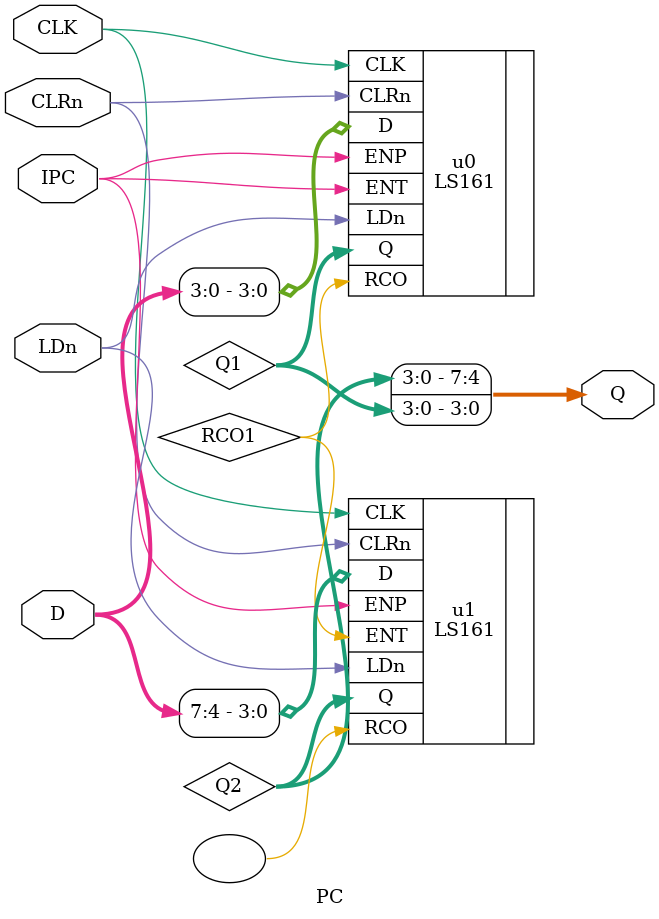
<source format=v>
module PC(
    input wire CLK,
    input wire IPC,
    input wire LDn,
    input wire [7:0] D,
    input wire CLRn,
    output wire [7:0] Q
    );
    wire [3:0] Q1, Q2;   // ·Ö±ð±íÊ¾µÍ4Î»ºÍ¸ß4Î»
    wire RCO1;           // µÚÒ»¿é LS161 µÄ½øÎ»ÐÅºÅ

    // Êä³ö Q ÊÇ¸ßÎ»ºÍµÍÎ»µÄ×éºÏ
    assign Q = {Q2, Q1};

    // µÍ4Î»¼ÆÊýÆ÷
    LS161 u0 (
        .CLK(CLK),
        .CLRn(CLRn),
        .LDn(LDn),
        .D(D[3:0]),      // µÍ4Î»ÊäÈë
        .ENP(IPC),       // Ê¹ÄÜ
        .ENT(IPC),       // Ê¹ÄÜ¼ÆÊý
        .Q(Q1),          // Êä³öµÍ4Î»
        .RCO(RCO1)       // µÍÎ»½øÎ»ÐÅºÅ
    );

    // ¸ß4Î»¼ÆÊýÆ÷
    LS161 u1 (
        .CLK(CLK),
        .CLRn(CLRn),
        .LDn(LDn),
        .D(D[7:4]),      // ¸ß4Î»ÊäÈë
        .ENP(IPC),       // ¸ßÎ»²¿·ÖÍ¬ÑùÊ¹ÄÜ
        .ENT(RCO1),      // ÓÉµÍÎ»µÄ½øÎ»ÐÅºÅ¾ö¶¨ÊÇ·ñµÝÔö
        .Q(Q2),          // Êä³ö¸ß4Î»
        .RCO()           // ¸ßÎ»µÄ½øÎ»ÐÅºÅ¿ÉÒÔºöÂÔ£¬ÒòÎªÖ»ÐèÒª8Î»¼ÆÊý
    );

endmodule

</source>
